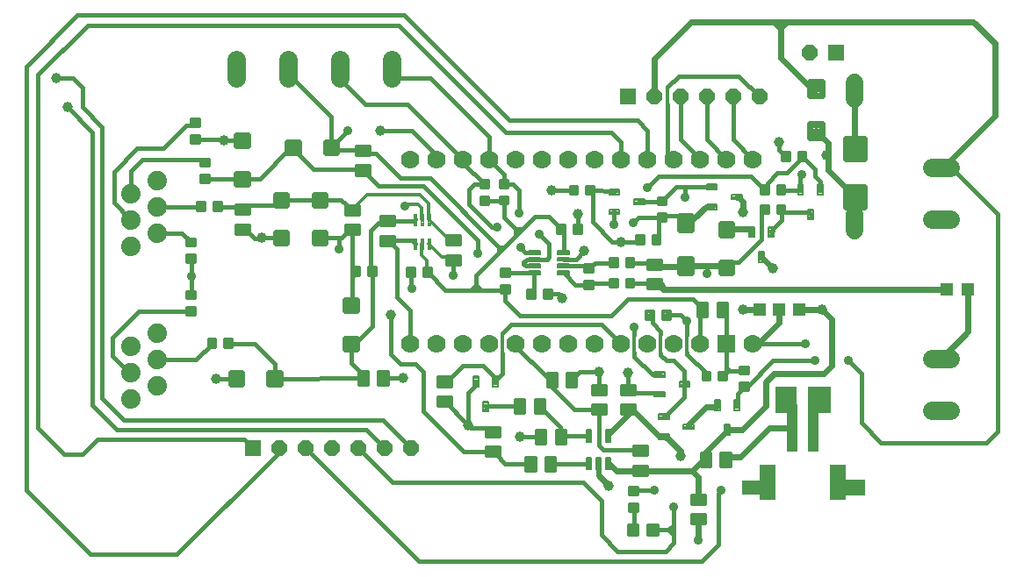
<source format=gtl>
G75*
%MOIN*%
%OFA0B0*%
%FSLAX25Y25*%
%IPPOS*%
%LPD*%
%AMOC8*
5,1,8,0,0,1.08239X$1,22.5*
%
%ADD10R,0.09843X0.05512*%
%ADD11R,0.10827X0.06102*%
%ADD12R,0.08465X0.10236*%
%ADD13R,0.08661X0.09843*%
%ADD14C,0.07050*%
%ADD15C,0.02480*%
%ADD16C,0.01378*%
%ADD17C,0.02205*%
%ADD18C,0.01654*%
%ADD19C,0.07400*%
%ADD20C,0.00520*%
%ADD21C,0.07000*%
%ADD22R,0.07000X0.07000*%
%ADD23C,0.00827*%
%ADD24R,0.06000X0.06000*%
%ADD25OC8,0.06000*%
%ADD26C,0.00541*%
%ADD27R,0.03937X0.18110*%
%ADD28R,0.06299X0.13386*%
%ADD29R,0.04724X0.05118*%
%ADD30C,0.00350*%
%ADD31C,0.02362*%
%ADD32C,0.06600*%
%ADD33C,0.03962*%
%ADD34C,0.03569*%
%ADD35C,0.01600*%
%ADD36C,0.02400*%
%ADD37C,0.01200*%
%ADD38C,0.01969*%
D10*
X0295309Y0066315D03*
D11*
X0331628Y0066217D03*
D12*
X0306825Y0099386D03*
D13*
X0319719Y0099386D03*
D14*
X0362336Y0095646D02*
X0369386Y0095646D01*
X0369386Y0115331D02*
X0362336Y0115331D01*
X0362336Y0168283D02*
X0369386Y0168283D01*
X0369386Y0187969D02*
X0362336Y0187969D01*
X0157416Y0221924D02*
X0157416Y0228974D01*
X0137731Y0228974D02*
X0137731Y0221924D01*
X0118046Y0221924D02*
X0118046Y0228974D01*
X0098361Y0228974D02*
X0098361Y0221924D01*
D15*
X0266461Y0169445D02*
X0266461Y0164051D01*
X0266461Y0169445D02*
X0271067Y0169445D01*
X0271067Y0164051D01*
X0266461Y0164051D01*
X0266461Y0166530D02*
X0271067Y0166530D01*
X0271067Y0169009D02*
X0266461Y0169009D01*
X0266461Y0153303D02*
X0266461Y0147909D01*
X0266461Y0153303D02*
X0271067Y0153303D01*
X0271067Y0147909D01*
X0266461Y0147909D01*
X0266461Y0150388D02*
X0271067Y0150388D01*
X0271067Y0152867D02*
X0266461Y0152867D01*
X0320693Y0199143D02*
X0320693Y0204537D01*
X0320693Y0199143D02*
X0316087Y0199143D01*
X0316087Y0204537D01*
X0320693Y0204537D01*
X0320693Y0201622D02*
X0316087Y0201622D01*
X0316087Y0204101D02*
X0320693Y0204101D01*
X0320693Y0215285D02*
X0320693Y0220679D01*
X0320693Y0215285D02*
X0316087Y0215285D01*
X0316087Y0220679D01*
X0320693Y0220679D01*
X0320693Y0217764D02*
X0316087Y0217764D01*
X0316087Y0220243D02*
X0320693Y0220243D01*
D16*
X0314375Y0193538D02*
X0311817Y0193538D01*
X0314375Y0193538D02*
X0314375Y0190586D01*
X0311817Y0190586D01*
X0311817Y0193538D01*
X0311817Y0191963D02*
X0314375Y0191963D01*
X0314375Y0193340D02*
X0311817Y0193340D01*
X0308125Y0193538D02*
X0305567Y0193538D01*
X0308125Y0193538D02*
X0308125Y0190586D01*
X0305567Y0190586D01*
X0305567Y0193538D01*
X0305567Y0191963D02*
X0308125Y0191963D01*
X0308125Y0193340D02*
X0305567Y0193340D01*
X0306407Y0180722D02*
X0303849Y0180722D01*
X0306407Y0180722D02*
X0306407Y0177770D01*
X0303849Y0177770D01*
X0303849Y0180722D01*
X0303849Y0179147D02*
X0306407Y0179147D01*
X0306407Y0180524D02*
X0303849Y0180524D01*
X0300156Y0180722D02*
X0297598Y0180722D01*
X0300156Y0180722D02*
X0300156Y0177770D01*
X0297598Y0177770D01*
X0297598Y0180722D01*
X0297598Y0179147D02*
X0300156Y0179147D01*
X0300156Y0180524D02*
X0297598Y0180524D01*
X0297598Y0173345D02*
X0300156Y0173345D01*
X0300156Y0170393D01*
X0297598Y0170393D01*
X0297598Y0173345D01*
X0297598Y0171770D02*
X0300156Y0171770D01*
X0300156Y0173147D02*
X0297598Y0173147D01*
X0303849Y0173345D02*
X0306407Y0173345D01*
X0306407Y0170393D01*
X0303849Y0170393D01*
X0303849Y0173345D01*
X0303849Y0171770D02*
X0306407Y0171770D01*
X0306407Y0173147D02*
X0303849Y0173147D01*
X0258469Y0173786D02*
X0258469Y0176344D01*
X0261421Y0176344D01*
X0261421Y0173786D01*
X0258469Y0173786D01*
X0258469Y0175163D02*
X0261421Y0175163D01*
X0258469Y0170094D02*
X0258469Y0167536D01*
X0258469Y0170094D02*
X0261421Y0170094D01*
X0261421Y0167536D01*
X0258469Y0167536D01*
X0258469Y0168913D02*
X0261421Y0168913D01*
X0259054Y0158796D02*
X0256496Y0158796D01*
X0256496Y0161748D01*
X0259054Y0161748D01*
X0259054Y0158796D01*
X0259054Y0160173D02*
X0256496Y0160173D01*
X0256496Y0161550D02*
X0259054Y0161550D01*
X0252804Y0158796D02*
X0250246Y0158796D01*
X0250246Y0161748D01*
X0252804Y0161748D01*
X0252804Y0158796D01*
X0252804Y0160173D02*
X0250246Y0160173D01*
X0250246Y0161550D02*
X0252804Y0161550D01*
X0249044Y0150127D02*
X0246486Y0150127D01*
X0246486Y0153079D01*
X0249044Y0153079D01*
X0249044Y0150127D01*
X0249044Y0151504D02*
X0246486Y0151504D01*
X0246486Y0152881D02*
X0249044Y0152881D01*
X0242794Y0150127D02*
X0240236Y0150127D01*
X0240236Y0153079D01*
X0242794Y0153079D01*
X0242794Y0150127D01*
X0242794Y0151504D02*
X0240236Y0151504D01*
X0240236Y0152881D02*
X0242794Y0152881D01*
X0233680Y0150837D02*
X0233680Y0148279D01*
X0230728Y0148279D01*
X0230728Y0150837D01*
X0233680Y0150837D01*
X0233680Y0149656D02*
X0230728Y0149656D01*
X0233680Y0144587D02*
X0233680Y0142029D01*
X0230728Y0142029D01*
X0230728Y0144587D01*
X0233680Y0144587D01*
X0233680Y0143406D02*
X0230728Y0143406D01*
X0240236Y0142386D02*
X0242794Y0142386D01*
X0240236Y0142386D02*
X0240236Y0145338D01*
X0242794Y0145338D01*
X0242794Y0142386D01*
X0242794Y0143763D02*
X0240236Y0143763D01*
X0240236Y0145140D02*
X0242794Y0145140D01*
X0246486Y0142386D02*
X0249044Y0142386D01*
X0246486Y0142386D02*
X0246486Y0145338D01*
X0249044Y0145338D01*
X0249044Y0142386D01*
X0249044Y0143763D02*
X0246486Y0143763D01*
X0246486Y0145140D02*
X0249044Y0145140D01*
X0254089Y0130302D02*
X0256647Y0130302D01*
X0254089Y0130302D02*
X0254089Y0133254D01*
X0256647Y0133254D01*
X0256647Y0130302D01*
X0256647Y0131679D02*
X0254089Y0131679D01*
X0254089Y0133056D02*
X0256647Y0133056D01*
X0260340Y0130302D02*
X0262898Y0130302D01*
X0260340Y0130302D02*
X0260340Y0133254D01*
X0262898Y0133254D01*
X0262898Y0130302D01*
X0262898Y0131679D02*
X0260340Y0131679D01*
X0260340Y0133056D02*
X0262898Y0133056D01*
X0292474Y0112041D02*
X0292474Y0109483D01*
X0289522Y0109483D01*
X0289522Y0112041D01*
X0292474Y0112041D01*
X0292474Y0110860D02*
X0289522Y0110860D01*
X0284340Y0110033D02*
X0281782Y0110033D01*
X0284340Y0110033D02*
X0284340Y0107081D01*
X0281782Y0107081D01*
X0281782Y0110033D01*
X0281782Y0108458D02*
X0284340Y0108458D01*
X0284340Y0109835D02*
X0281782Y0109835D01*
X0278089Y0110033D02*
X0275531Y0110033D01*
X0278089Y0110033D02*
X0278089Y0107081D01*
X0275531Y0107081D01*
X0275531Y0110033D01*
X0275531Y0108458D02*
X0278089Y0108458D01*
X0278089Y0109835D02*
X0275531Y0109835D01*
X0292474Y0105790D02*
X0292474Y0103232D01*
X0289522Y0103232D01*
X0289522Y0105790D01*
X0292474Y0105790D01*
X0292474Y0104609D02*
X0289522Y0104609D01*
X0247569Y0066105D02*
X0247569Y0063547D01*
X0247569Y0066105D02*
X0250521Y0066105D01*
X0250521Y0063547D01*
X0247569Y0063547D01*
X0247569Y0064924D02*
X0250521Y0064924D01*
X0247569Y0059855D02*
X0247569Y0057297D01*
X0247569Y0059855D02*
X0250521Y0059855D01*
X0250521Y0057297D01*
X0247569Y0057297D01*
X0247569Y0058674D02*
X0250521Y0058674D01*
X0199428Y0117072D02*
X0199428Y0124924D01*
X0199623Y0125119D01*
X0209015Y0141216D02*
X0211573Y0141216D01*
X0211573Y0138264D01*
X0209015Y0138264D01*
X0209015Y0141216D01*
X0209015Y0139641D02*
X0211573Y0139641D01*
X0211573Y0141018D02*
X0209015Y0141018D01*
X0215266Y0141216D02*
X0217824Y0141216D01*
X0217824Y0138264D01*
X0215266Y0138264D01*
X0215266Y0141216D01*
X0215266Y0139641D02*
X0217824Y0139641D01*
X0217824Y0141018D02*
X0215266Y0141018D01*
X0201904Y0140257D02*
X0201904Y0142815D01*
X0201904Y0140257D02*
X0198952Y0140257D01*
X0198952Y0142815D01*
X0201904Y0142815D01*
X0201904Y0141634D02*
X0198952Y0141634D01*
X0201904Y0146508D02*
X0201904Y0149066D01*
X0201904Y0146508D02*
X0198952Y0146508D01*
X0198952Y0149066D01*
X0201904Y0149066D01*
X0201904Y0147885D02*
X0198952Y0147885D01*
X0220334Y0162969D02*
X0222892Y0162969D01*
X0220334Y0162969D02*
X0220334Y0165921D01*
X0222892Y0165921D01*
X0222892Y0162969D01*
X0222892Y0164346D02*
X0220334Y0164346D01*
X0220334Y0165723D02*
X0222892Y0165723D01*
X0226585Y0162969D02*
X0229143Y0162969D01*
X0226585Y0162969D02*
X0226585Y0165921D01*
X0229143Y0165921D01*
X0229143Y0162969D01*
X0229143Y0164346D02*
X0226585Y0164346D01*
X0226585Y0165723D02*
X0229143Y0165723D01*
X0227740Y0177733D02*
X0225182Y0177733D01*
X0225182Y0180685D01*
X0227740Y0180685D01*
X0227740Y0177733D01*
X0227740Y0179110D02*
X0225182Y0179110D01*
X0225182Y0180487D02*
X0227740Y0180487D01*
X0231432Y0177733D02*
X0233990Y0177733D01*
X0231432Y0177733D02*
X0231432Y0180685D01*
X0233990Y0180685D01*
X0233990Y0177733D01*
X0233990Y0179110D02*
X0231432Y0179110D01*
X0231432Y0180487D02*
X0233990Y0180487D01*
X0198499Y0180317D02*
X0198499Y0182875D01*
X0201451Y0182875D01*
X0201451Y0180317D01*
X0198499Y0180317D01*
X0198499Y0181694D02*
X0201451Y0181694D01*
X0191151Y0182776D02*
X0191151Y0180218D01*
X0191151Y0182776D02*
X0194103Y0182776D01*
X0194103Y0180218D01*
X0191151Y0180218D01*
X0191151Y0181595D02*
X0194103Y0181595D01*
X0191151Y0176526D02*
X0191151Y0173968D01*
X0191151Y0176526D02*
X0194103Y0176526D01*
X0194103Y0173968D01*
X0191151Y0173968D01*
X0191151Y0175345D02*
X0194103Y0175345D01*
X0198499Y0174066D02*
X0198499Y0176624D01*
X0201451Y0176624D01*
X0201451Y0174066D01*
X0198499Y0174066D01*
X0198499Y0175443D02*
X0201451Y0175443D01*
X0172130Y0146606D02*
X0169572Y0146606D01*
X0169572Y0149558D01*
X0172130Y0149558D01*
X0172130Y0146606D01*
X0172130Y0147983D02*
X0169572Y0147983D01*
X0169572Y0149360D02*
X0172130Y0149360D01*
X0165880Y0146606D02*
X0163322Y0146606D01*
X0163322Y0149558D01*
X0165880Y0149558D01*
X0165880Y0146606D01*
X0165880Y0147983D02*
X0163322Y0147983D01*
X0163322Y0149360D02*
X0165880Y0149360D01*
X0151215Y0149720D02*
X0148657Y0149720D01*
X0151215Y0149720D02*
X0151215Y0146768D01*
X0148657Y0146768D01*
X0148657Y0149720D01*
X0148657Y0148145D02*
X0151215Y0148145D01*
X0151215Y0149522D02*
X0148657Y0149522D01*
X0144964Y0149720D02*
X0142406Y0149720D01*
X0144964Y0149720D02*
X0144964Y0146768D01*
X0142406Y0146768D01*
X0142406Y0149720D01*
X0142406Y0148145D02*
X0144964Y0148145D01*
X0144964Y0149522D02*
X0142406Y0149522D01*
X0096662Y0119465D02*
X0094104Y0119465D01*
X0094104Y0122417D01*
X0096662Y0122417D01*
X0096662Y0119465D01*
X0096662Y0120842D02*
X0094104Y0120842D01*
X0094104Y0122219D02*
X0096662Y0122219D01*
X0090412Y0119465D02*
X0087854Y0119465D01*
X0087854Y0122417D01*
X0090412Y0122417D01*
X0090412Y0119465D01*
X0090412Y0120842D02*
X0087854Y0120842D01*
X0087854Y0122219D02*
X0090412Y0122219D01*
X0082706Y0131847D02*
X0082706Y0134405D01*
X0082706Y0131847D02*
X0079754Y0131847D01*
X0079754Y0134405D01*
X0082706Y0134405D01*
X0082706Y0133224D02*
X0079754Y0133224D01*
X0082706Y0138097D02*
X0082706Y0140655D01*
X0082706Y0138097D02*
X0079754Y0138097D01*
X0079754Y0140655D01*
X0082706Y0140655D01*
X0082706Y0139474D02*
X0079754Y0139474D01*
X0082612Y0151881D02*
X0082612Y0154439D01*
X0082612Y0151881D02*
X0079660Y0151881D01*
X0079660Y0154439D01*
X0082612Y0154439D01*
X0082612Y0153258D02*
X0079660Y0153258D01*
X0082612Y0158132D02*
X0082612Y0160690D01*
X0082612Y0158132D02*
X0079660Y0158132D01*
X0079660Y0160690D01*
X0082612Y0160690D01*
X0082612Y0159509D02*
X0079660Y0159509D01*
X0083720Y0171532D02*
X0086278Y0171532D01*
X0083720Y0171532D02*
X0083720Y0174484D01*
X0086278Y0174484D01*
X0086278Y0171532D01*
X0086278Y0172909D02*
X0083720Y0172909D01*
X0083720Y0174286D02*
X0086278Y0174286D01*
X0089971Y0171532D02*
X0092529Y0171532D01*
X0089971Y0171532D02*
X0089971Y0174484D01*
X0092529Y0174484D01*
X0092529Y0171532D01*
X0092529Y0172909D02*
X0089971Y0172909D01*
X0089971Y0174286D02*
X0092529Y0174286D01*
X0085010Y0182216D02*
X0085010Y0184774D01*
X0087962Y0184774D01*
X0087962Y0182216D01*
X0085010Y0182216D01*
X0085010Y0183593D02*
X0087962Y0183593D01*
X0085010Y0188466D02*
X0085010Y0191024D01*
X0087962Y0191024D01*
X0087962Y0188466D01*
X0085010Y0188466D01*
X0085010Y0189843D02*
X0087962Y0189843D01*
X0084271Y0197300D02*
X0084271Y0199858D01*
X0084271Y0197300D02*
X0081319Y0197300D01*
X0081319Y0199858D01*
X0084271Y0199858D01*
X0084271Y0198677D02*
X0081319Y0198677D01*
X0084271Y0203550D02*
X0084271Y0206108D01*
X0084271Y0203550D02*
X0081319Y0203550D01*
X0081319Y0206108D01*
X0084271Y0206108D01*
X0084271Y0204927D02*
X0081319Y0204927D01*
D17*
X0102475Y0200252D02*
X0102475Y0196158D01*
X0098381Y0196158D01*
X0098381Y0200252D01*
X0102475Y0200252D01*
X0102475Y0198362D02*
X0098381Y0198362D01*
X0102475Y0185685D02*
X0102475Y0181591D01*
X0098381Y0181591D01*
X0098381Y0185685D01*
X0102475Y0185685D01*
X0102475Y0183795D02*
X0098381Y0183795D01*
X0113243Y0177712D02*
X0113243Y0173618D01*
X0113243Y0177712D02*
X0117337Y0177712D01*
X0117337Y0173618D01*
X0113243Y0173618D01*
X0113243Y0175822D02*
X0117337Y0175822D01*
X0132101Y0177712D02*
X0132101Y0173618D01*
X0128007Y0173618D01*
X0128007Y0177712D01*
X0132101Y0177712D01*
X0132101Y0175822D02*
X0128007Y0175822D01*
X0132101Y0163145D02*
X0132101Y0159051D01*
X0128007Y0159051D01*
X0128007Y0163145D01*
X0132101Y0163145D01*
X0132101Y0161255D02*
X0128007Y0161255D01*
X0113243Y0163145D02*
X0113243Y0159051D01*
X0113243Y0163145D02*
X0117337Y0163145D01*
X0117337Y0159051D01*
X0113243Y0159051D01*
X0113243Y0161255D02*
X0117337Y0161255D01*
X0139773Y0137555D02*
X0139773Y0133461D01*
X0139773Y0137555D02*
X0143867Y0137555D01*
X0143867Y0133461D01*
X0139773Y0133461D01*
X0139773Y0135665D02*
X0143867Y0135665D01*
X0139773Y0122988D02*
X0139773Y0118894D01*
X0139773Y0122988D02*
X0143867Y0122988D01*
X0143867Y0118894D01*
X0139773Y0118894D01*
X0139773Y0121098D02*
X0143867Y0121098D01*
X0114876Y0109735D02*
X0110782Y0109735D01*
X0114876Y0109735D02*
X0114876Y0105641D01*
X0110782Y0105641D01*
X0110782Y0109735D01*
X0110782Y0107845D02*
X0114876Y0107845D01*
X0100309Y0109735D02*
X0096215Y0109735D01*
X0100309Y0109735D02*
X0100309Y0105641D01*
X0096215Y0105641D01*
X0096215Y0109735D01*
X0096215Y0107845D02*
X0100309Y0107845D01*
X0117770Y0197693D02*
X0121864Y0197693D01*
X0121864Y0193599D01*
X0117770Y0193599D01*
X0117770Y0197693D01*
X0117770Y0195803D02*
X0121864Y0195803D01*
X0132337Y0197693D02*
X0136431Y0197693D01*
X0136431Y0193599D01*
X0132337Y0193599D01*
X0132337Y0197693D01*
X0132337Y0195803D02*
X0136431Y0195803D01*
X0282231Y0166439D02*
X0282231Y0162345D01*
X0282231Y0166439D02*
X0286325Y0166439D01*
X0286325Y0162345D01*
X0282231Y0162345D01*
X0282231Y0164549D02*
X0286325Y0164549D01*
X0282231Y0151872D02*
X0282231Y0147778D01*
X0282231Y0151872D02*
X0286325Y0151872D01*
X0286325Y0147778D01*
X0282231Y0147778D01*
X0282231Y0149982D02*
X0286325Y0149982D01*
D18*
X0284251Y0131591D02*
X0281181Y0131591D01*
X0281181Y0136235D01*
X0284251Y0136235D01*
X0284251Y0131591D01*
X0284251Y0133244D02*
X0281181Y0133244D01*
X0281181Y0134897D02*
X0284251Y0134897D01*
X0276771Y0131591D02*
X0273701Y0131591D01*
X0273701Y0136235D01*
X0276771Y0136235D01*
X0276771Y0131591D01*
X0276771Y0133244D02*
X0273701Y0133244D01*
X0273701Y0134897D02*
X0276771Y0134897D01*
X0259295Y0142095D02*
X0259295Y0145165D01*
X0259295Y0142095D02*
X0254651Y0142095D01*
X0254651Y0145165D01*
X0259295Y0145165D01*
X0259295Y0143748D02*
X0254651Y0143748D01*
X0259295Y0149576D02*
X0259295Y0152646D01*
X0259295Y0149576D02*
X0254651Y0149576D01*
X0254651Y0152646D01*
X0259295Y0152646D01*
X0259295Y0151229D02*
X0254651Y0151229D01*
X0227061Y0109557D02*
X0223991Y0109557D01*
X0227061Y0109557D02*
X0227061Y0104913D01*
X0223991Y0104913D01*
X0223991Y0109557D01*
X0223991Y0106566D02*
X0227061Y0106566D01*
X0227061Y0108219D02*
X0223991Y0108219D01*
X0219581Y0109557D02*
X0216511Y0109557D01*
X0219581Y0109557D02*
X0219581Y0104913D01*
X0216511Y0104913D01*
X0216511Y0109557D01*
X0216511Y0106566D02*
X0219581Y0106566D01*
X0219581Y0108219D02*
X0216511Y0108219D01*
X0214896Y0094967D02*
X0211826Y0094967D01*
X0211826Y0099611D01*
X0214896Y0099611D01*
X0214896Y0094967D01*
X0214896Y0096620D02*
X0211826Y0096620D01*
X0211826Y0098273D02*
X0214896Y0098273D01*
X0207415Y0094967D02*
X0204345Y0094967D01*
X0204345Y0099611D01*
X0207415Y0099611D01*
X0207415Y0094967D01*
X0207415Y0096620D02*
X0204345Y0096620D01*
X0204345Y0098273D02*
X0207415Y0098273D01*
X0197902Y0088987D02*
X0197902Y0085917D01*
X0193258Y0085917D01*
X0193258Y0088987D01*
X0197902Y0088987D01*
X0197902Y0087570D02*
X0193258Y0087570D01*
X0197902Y0081506D02*
X0197902Y0078436D01*
X0193258Y0078436D01*
X0193258Y0081506D01*
X0197902Y0081506D01*
X0197902Y0080089D02*
X0193258Y0080089D01*
X0208440Y0077594D02*
X0211510Y0077594D01*
X0211510Y0072950D01*
X0208440Y0072950D01*
X0208440Y0077594D01*
X0208440Y0074603D02*
X0211510Y0074603D01*
X0211510Y0076256D02*
X0208440Y0076256D01*
X0215920Y0077594D02*
X0218990Y0077594D01*
X0218990Y0072950D01*
X0215920Y0072950D01*
X0215920Y0077594D01*
X0215920Y0074603D02*
X0218990Y0074603D01*
X0218990Y0076256D02*
X0215920Y0076256D01*
X0215447Y0083304D02*
X0212377Y0083304D01*
X0212377Y0087948D01*
X0215447Y0087948D01*
X0215447Y0083304D01*
X0215447Y0084957D02*
X0212377Y0084957D01*
X0212377Y0086610D02*
X0215447Y0086610D01*
X0219857Y0083304D02*
X0222927Y0083304D01*
X0219857Y0083304D02*
X0219857Y0087948D01*
X0222927Y0087948D01*
X0222927Y0083304D01*
X0222927Y0084957D02*
X0219857Y0084957D01*
X0219857Y0086610D02*
X0222927Y0086610D01*
X0238183Y0094406D02*
X0238183Y0097476D01*
X0238183Y0094406D02*
X0233539Y0094406D01*
X0233539Y0097476D01*
X0238183Y0097476D01*
X0238183Y0096059D02*
X0233539Y0096059D01*
X0238183Y0101886D02*
X0238183Y0104956D01*
X0238183Y0101886D02*
X0233539Y0101886D01*
X0233539Y0104956D01*
X0238183Y0104956D01*
X0238183Y0103539D02*
X0233539Y0103539D01*
X0249415Y0104956D02*
X0249415Y0101886D01*
X0244771Y0101886D01*
X0244771Y0104956D01*
X0249415Y0104956D01*
X0249415Y0103539D02*
X0244771Y0103539D01*
X0249415Y0097476D02*
X0249415Y0094406D01*
X0244771Y0094406D01*
X0244771Y0097476D01*
X0249415Y0097476D01*
X0249415Y0096059D02*
X0244771Y0096059D01*
X0253845Y0081826D02*
X0253845Y0078756D01*
X0249201Y0078756D01*
X0249201Y0081826D01*
X0253845Y0081826D01*
X0253845Y0080409D02*
X0249201Y0080409D01*
X0253845Y0074346D02*
X0253845Y0071276D01*
X0249201Y0071276D01*
X0249201Y0074346D01*
X0253845Y0074346D01*
X0253845Y0072929D02*
X0249201Y0072929D01*
X0275845Y0063313D02*
X0275845Y0060243D01*
X0271201Y0060243D01*
X0271201Y0063313D01*
X0275845Y0063313D01*
X0275845Y0061896D02*
X0271201Y0061896D01*
X0275845Y0055832D02*
X0275845Y0052762D01*
X0271201Y0052762D01*
X0271201Y0055832D01*
X0275845Y0055832D01*
X0275845Y0054415D02*
X0271201Y0054415D01*
X0257831Y0051898D02*
X0254761Y0051898D01*
X0257831Y0051898D02*
X0257831Y0048434D01*
X0254761Y0048434D01*
X0254761Y0051898D01*
X0254761Y0050087D02*
X0257831Y0050087D01*
X0257831Y0051740D02*
X0254761Y0051740D01*
X0250331Y0051898D02*
X0247261Y0051898D01*
X0250331Y0051898D02*
X0250331Y0048434D01*
X0247261Y0048434D01*
X0247261Y0051898D01*
X0247261Y0050087D02*
X0250331Y0050087D01*
X0250331Y0051740D02*
X0247261Y0051740D01*
X0274958Y0079242D02*
X0278028Y0079242D01*
X0278028Y0074598D01*
X0274958Y0074598D01*
X0274958Y0079242D01*
X0274958Y0076251D02*
X0278028Y0076251D01*
X0278028Y0077904D02*
X0274958Y0077904D01*
X0282438Y0079242D02*
X0285508Y0079242D01*
X0285508Y0074598D01*
X0282438Y0074598D01*
X0282438Y0079242D01*
X0282438Y0076251D02*
X0285508Y0076251D01*
X0285508Y0077904D02*
X0282438Y0077904D01*
X0174941Y0097551D02*
X0174941Y0100621D01*
X0179585Y0100621D01*
X0179585Y0097551D01*
X0174941Y0097551D01*
X0174941Y0099204D02*
X0179585Y0099204D01*
X0174941Y0105031D02*
X0174941Y0108101D01*
X0179585Y0108101D01*
X0179585Y0105031D01*
X0174941Y0105031D01*
X0174941Y0106684D02*
X0179585Y0106684D01*
X0155506Y0105464D02*
X0152436Y0105464D01*
X0152436Y0110108D01*
X0155506Y0110108D01*
X0155506Y0105464D01*
X0155506Y0107117D02*
X0152436Y0107117D01*
X0152436Y0108770D02*
X0155506Y0108770D01*
X0148026Y0105464D02*
X0144956Y0105464D01*
X0144956Y0110108D01*
X0148026Y0110108D01*
X0148026Y0105464D01*
X0148026Y0107117D02*
X0144956Y0107117D01*
X0144956Y0108770D02*
X0148026Y0108770D01*
X0178297Y0151293D02*
X0178297Y0154363D01*
X0182941Y0154363D01*
X0182941Y0151293D01*
X0178297Y0151293D01*
X0178297Y0152946D02*
X0182941Y0152946D01*
X0178297Y0158774D02*
X0178297Y0161844D01*
X0182941Y0161844D01*
X0182941Y0158774D01*
X0178297Y0158774D01*
X0178297Y0160427D02*
X0182941Y0160427D01*
X0153312Y0161647D02*
X0153312Y0158577D01*
X0153312Y0161647D02*
X0157956Y0161647D01*
X0157956Y0158577D01*
X0153312Y0158577D01*
X0153312Y0160230D02*
X0157956Y0160230D01*
X0153312Y0166057D02*
X0153312Y0169127D01*
X0157956Y0169127D01*
X0157956Y0166057D01*
X0153312Y0166057D01*
X0153312Y0167710D02*
X0157956Y0167710D01*
X0139838Y0165881D02*
X0139838Y0162811D01*
X0139838Y0165881D02*
X0144482Y0165881D01*
X0144482Y0162811D01*
X0139838Y0162811D01*
X0139838Y0164464D02*
X0144482Y0164464D01*
X0139838Y0170292D02*
X0139838Y0173362D01*
X0144482Y0173362D01*
X0144482Y0170292D01*
X0139838Y0170292D01*
X0139838Y0171945D02*
X0144482Y0171945D01*
X0148616Y0185380D02*
X0148616Y0188450D01*
X0148616Y0185380D02*
X0143972Y0185380D01*
X0143972Y0188450D01*
X0148616Y0188450D01*
X0148616Y0187033D02*
X0143972Y0187033D01*
X0148616Y0192861D02*
X0148616Y0195931D01*
X0148616Y0192861D02*
X0143972Y0192861D01*
X0143972Y0195931D01*
X0148616Y0195931D01*
X0148616Y0194514D02*
X0143972Y0194514D01*
X0098401Y0173460D02*
X0098401Y0170390D01*
X0098401Y0173460D02*
X0103045Y0173460D01*
X0103045Y0170390D01*
X0098401Y0170390D01*
X0098401Y0172043D02*
X0103045Y0172043D01*
X0098401Y0165980D02*
X0098401Y0162910D01*
X0098401Y0165980D02*
X0103045Y0165980D01*
X0103045Y0162910D01*
X0098401Y0162910D01*
X0098401Y0164563D02*
X0103045Y0164563D01*
D19*
X0068400Y0163047D03*
X0058400Y0158047D03*
X0058400Y0168047D03*
X0068400Y0173047D03*
X0058400Y0178047D03*
X0068400Y0183047D03*
X0068400Y0124780D03*
X0058400Y0119780D03*
X0068400Y0114780D03*
X0058400Y0109780D03*
X0068400Y0104780D03*
X0058400Y0099780D03*
D20*
X0209152Y0148515D02*
X0213750Y0148515D01*
X0213750Y0147303D01*
X0209152Y0147303D01*
X0209152Y0148515D01*
X0209152Y0147822D02*
X0213750Y0147822D01*
X0213750Y0148341D02*
X0209152Y0148341D01*
X0209152Y0151075D02*
X0213750Y0151075D01*
X0213750Y0149863D01*
X0209152Y0149863D01*
X0209152Y0151075D01*
X0209152Y0150382D02*
X0213750Y0150382D01*
X0213750Y0150901D02*
X0209152Y0150901D01*
X0209152Y0153634D02*
X0213750Y0153634D01*
X0213750Y0152422D01*
X0209152Y0152422D01*
X0209152Y0153634D01*
X0209152Y0152941D02*
X0213750Y0152941D01*
X0213750Y0153460D02*
X0209152Y0153460D01*
X0209152Y0156193D02*
X0213750Y0156193D01*
X0213750Y0154981D01*
X0209152Y0154981D01*
X0209152Y0156193D01*
X0209152Y0155500D02*
X0213750Y0155500D01*
X0213750Y0156019D02*
X0209152Y0156019D01*
X0220176Y0156193D02*
X0224774Y0156193D01*
X0224774Y0154981D01*
X0220176Y0154981D01*
X0220176Y0156193D01*
X0220176Y0155500D02*
X0224774Y0155500D01*
X0224774Y0156019D02*
X0220176Y0156019D01*
X0220176Y0153634D02*
X0224774Y0153634D01*
X0224774Y0152422D01*
X0220176Y0152422D01*
X0220176Y0153634D01*
X0220176Y0152941D02*
X0224774Y0152941D01*
X0224774Y0153460D02*
X0220176Y0153460D01*
X0220176Y0151075D02*
X0224774Y0151075D01*
X0224774Y0149863D01*
X0220176Y0149863D01*
X0220176Y0151075D01*
X0220176Y0150382D02*
X0224774Y0150382D01*
X0224774Y0150901D02*
X0220176Y0150901D01*
X0220176Y0148515D02*
X0224774Y0148515D01*
X0224774Y0147303D01*
X0220176Y0147303D01*
X0220176Y0148515D01*
X0220176Y0147822D02*
X0224774Y0147822D01*
X0224774Y0148341D02*
X0220176Y0148341D01*
D21*
X0224424Y0120921D03*
X0234424Y0120921D03*
X0244424Y0120921D03*
X0254424Y0120921D03*
X0264424Y0120921D03*
X0274424Y0120921D03*
X0294424Y0120921D03*
X0214424Y0120921D03*
X0204424Y0120921D03*
X0194424Y0120921D03*
X0184424Y0120921D03*
X0174424Y0120921D03*
X0164424Y0120921D03*
X0164424Y0190921D03*
X0174424Y0190921D03*
X0184424Y0190921D03*
X0194424Y0190921D03*
X0204424Y0190921D03*
X0214424Y0190921D03*
X0224424Y0190921D03*
X0234424Y0190921D03*
X0244424Y0190921D03*
X0254424Y0190921D03*
X0264424Y0190921D03*
X0274424Y0190921D03*
X0284424Y0190921D03*
X0294424Y0190921D03*
D22*
X0284424Y0120921D03*
D23*
X0257012Y0110137D02*
X0257012Y0108207D01*
X0257012Y0110137D02*
X0260910Y0110137D01*
X0260910Y0108207D01*
X0257012Y0108207D01*
X0257012Y0109033D02*
X0260910Y0109033D01*
X0260910Y0109859D02*
X0257012Y0109859D01*
X0257012Y0102656D02*
X0257012Y0100726D01*
X0257012Y0102656D02*
X0260910Y0102656D01*
X0260910Y0100726D01*
X0257012Y0100726D01*
X0257012Y0101552D02*
X0260910Y0101552D01*
X0260910Y0102378D02*
X0257012Y0102378D01*
X0258589Y0094118D02*
X0258589Y0092188D01*
X0258589Y0094118D02*
X0262487Y0094118D01*
X0262487Y0092188D01*
X0258589Y0092188D01*
X0258589Y0093014D02*
X0262487Y0093014D01*
X0262487Y0093840D02*
X0258589Y0093840D01*
X0268038Y0090378D02*
X0268038Y0088448D01*
X0268038Y0090378D02*
X0271936Y0090378D01*
X0271936Y0088448D01*
X0268038Y0088448D01*
X0268038Y0089274D02*
X0271936Y0089274D01*
X0271936Y0090100D02*
X0268038Y0090100D01*
X0258589Y0086638D02*
X0258589Y0084708D01*
X0258589Y0086638D02*
X0262487Y0086638D01*
X0262487Y0084708D01*
X0258589Y0084708D01*
X0258589Y0085534D02*
X0262487Y0085534D01*
X0262487Y0086360D02*
X0258589Y0086360D01*
X0279918Y0099605D02*
X0281848Y0099605D01*
X0281848Y0095707D01*
X0279918Y0095707D01*
X0279918Y0099605D01*
X0279918Y0096533D02*
X0281848Y0096533D01*
X0281848Y0097359D02*
X0279918Y0097359D01*
X0279918Y0098185D02*
X0281848Y0098185D01*
X0281848Y0099011D02*
X0279918Y0099011D01*
X0287398Y0099605D02*
X0289328Y0099605D01*
X0289328Y0095707D01*
X0287398Y0095707D01*
X0287398Y0099605D01*
X0287398Y0096533D02*
X0289328Y0096533D01*
X0289328Y0097359D02*
X0287398Y0097359D01*
X0287398Y0098185D02*
X0289328Y0098185D01*
X0289328Y0099011D02*
X0287398Y0099011D01*
X0285588Y0090156D02*
X0283658Y0090156D01*
X0285588Y0090156D02*
X0285588Y0086258D01*
X0283658Y0086258D01*
X0283658Y0090156D01*
X0283658Y0087084D02*
X0285588Y0087084D01*
X0285588Y0087910D02*
X0283658Y0087910D01*
X0283658Y0088736D02*
X0285588Y0088736D01*
X0285588Y0089562D02*
X0283658Y0089562D01*
X0266461Y0104467D02*
X0266461Y0106397D01*
X0270359Y0106397D01*
X0270359Y0104467D01*
X0266461Y0104467D01*
X0266461Y0105293D02*
X0270359Y0105293D01*
X0270359Y0106119D02*
X0266461Y0106119D01*
X0197692Y0108456D02*
X0195762Y0108456D01*
X0197692Y0108456D02*
X0197692Y0104558D01*
X0195762Y0104558D01*
X0195762Y0108456D01*
X0195762Y0105384D02*
X0197692Y0105384D01*
X0197692Y0106210D02*
X0195762Y0106210D01*
X0195762Y0107036D02*
X0197692Y0107036D01*
X0197692Y0107862D02*
X0195762Y0107862D01*
X0190211Y0108456D02*
X0188281Y0108456D01*
X0190211Y0108456D02*
X0190211Y0104558D01*
X0188281Y0104558D01*
X0188281Y0108456D01*
X0188281Y0105384D02*
X0190211Y0105384D01*
X0190211Y0106210D02*
X0188281Y0106210D01*
X0188281Y0107036D02*
X0190211Y0107036D01*
X0190211Y0107862D02*
X0188281Y0107862D01*
X0192022Y0099007D02*
X0193952Y0099007D01*
X0193952Y0095109D01*
X0192022Y0095109D01*
X0192022Y0099007D01*
X0192022Y0095935D02*
X0193952Y0095935D01*
X0193952Y0096761D02*
X0192022Y0096761D01*
X0192022Y0097587D02*
X0193952Y0097587D01*
X0193952Y0098413D02*
X0192022Y0098413D01*
X0296622Y0155882D02*
X0298552Y0155882D01*
X0298552Y0151984D01*
X0296622Y0151984D01*
X0296622Y0155882D01*
X0296622Y0152810D02*
X0298552Y0152810D01*
X0298552Y0153636D02*
X0296622Y0153636D01*
X0296622Y0154462D02*
X0298552Y0154462D01*
X0298552Y0155288D02*
X0296622Y0155288D01*
X0294812Y0165331D02*
X0292882Y0165331D01*
X0294812Y0165331D02*
X0294812Y0161433D01*
X0292882Y0161433D01*
X0292882Y0165331D01*
X0292882Y0162259D02*
X0294812Y0162259D01*
X0294812Y0163085D02*
X0292882Y0163085D01*
X0292882Y0163911D02*
X0294812Y0163911D01*
X0294812Y0164737D02*
X0292882Y0164737D01*
X0300362Y0165331D02*
X0302292Y0165331D01*
X0302292Y0161433D01*
X0300362Y0161433D01*
X0300362Y0165331D01*
X0300362Y0162259D02*
X0302292Y0162259D01*
X0302292Y0163085D02*
X0300362Y0163085D01*
X0300362Y0163911D02*
X0302292Y0163911D01*
X0302292Y0164737D02*
X0300362Y0164737D01*
X0315220Y0172031D02*
X0317150Y0172031D01*
X0317150Y0168133D01*
X0315220Y0168133D01*
X0315220Y0172031D01*
X0315220Y0168959D02*
X0317150Y0168959D01*
X0317150Y0169785D02*
X0315220Y0169785D01*
X0315220Y0170611D02*
X0317150Y0170611D01*
X0317150Y0171437D02*
X0315220Y0171437D01*
X0313410Y0181480D02*
X0311480Y0181480D01*
X0313410Y0181480D02*
X0313410Y0177582D01*
X0311480Y0177582D01*
X0311480Y0181480D01*
X0311480Y0178408D02*
X0313410Y0178408D01*
X0313410Y0179234D02*
X0311480Y0179234D01*
X0311480Y0180060D02*
X0313410Y0180060D01*
X0313410Y0180886D02*
X0311480Y0180886D01*
X0318961Y0181480D02*
X0320891Y0181480D01*
X0320891Y0177582D01*
X0318961Y0177582D01*
X0318961Y0181480D01*
X0318961Y0178408D02*
X0320891Y0178408D01*
X0320891Y0179234D02*
X0318961Y0179234D01*
X0318961Y0180060D02*
X0320891Y0180060D01*
X0320891Y0180886D02*
X0318961Y0180886D01*
X0286281Y0177674D02*
X0286281Y0175744D01*
X0286281Y0177674D02*
X0290179Y0177674D01*
X0290179Y0175744D01*
X0286281Y0175744D01*
X0286281Y0176570D02*
X0290179Y0176570D01*
X0290179Y0177396D02*
X0286281Y0177396D01*
X0276832Y0179484D02*
X0276832Y0181414D01*
X0280730Y0181414D01*
X0280730Y0179484D01*
X0276832Y0179484D01*
X0276832Y0180310D02*
X0280730Y0180310D01*
X0280730Y0181136D02*
X0276832Y0181136D01*
X0276832Y0173934D02*
X0276832Y0172004D01*
X0276832Y0173934D02*
X0280730Y0173934D01*
X0280730Y0172004D01*
X0276832Y0172004D01*
X0276832Y0172830D02*
X0280730Y0172830D01*
X0280730Y0173656D02*
X0276832Y0173656D01*
X0249273Y0173842D02*
X0249273Y0175772D01*
X0253171Y0175772D01*
X0253171Y0173842D01*
X0249273Y0173842D01*
X0249273Y0174668D02*
X0253171Y0174668D01*
X0253171Y0175494D02*
X0249273Y0175494D01*
X0239825Y0177582D02*
X0239825Y0179512D01*
X0243723Y0179512D01*
X0243723Y0177582D01*
X0239825Y0177582D01*
X0239825Y0178408D02*
X0243723Y0178408D01*
X0243723Y0179234D02*
X0239825Y0179234D01*
X0239825Y0172031D02*
X0239825Y0170101D01*
X0239825Y0172031D02*
X0243723Y0172031D01*
X0243723Y0170101D01*
X0239825Y0170101D01*
X0239825Y0170927D02*
X0243723Y0170927D01*
X0243723Y0171753D02*
X0239825Y0171753D01*
D24*
X0246933Y0214740D03*
X0326017Y0231576D03*
X0104527Y0081364D03*
D25*
X0114527Y0081364D03*
X0124527Y0081364D03*
X0134527Y0081364D03*
X0144527Y0081364D03*
X0154527Y0081364D03*
X0164527Y0081364D03*
X0256933Y0214740D03*
X0266933Y0214740D03*
X0276933Y0214740D03*
X0286933Y0214740D03*
X0296933Y0214740D03*
X0316017Y0231576D03*
D26*
X0240413Y0083711D02*
X0238789Y0083711D01*
X0238789Y0088289D01*
X0240413Y0088289D01*
X0240413Y0083711D01*
X0240413Y0084251D02*
X0238789Y0084251D01*
X0238789Y0084791D02*
X0240413Y0084791D01*
X0240413Y0085331D02*
X0238789Y0085331D01*
X0238789Y0085871D02*
X0240413Y0085871D01*
X0240413Y0086411D02*
X0238789Y0086411D01*
X0238789Y0086951D02*
X0240413Y0086951D01*
X0240413Y0087491D02*
X0238789Y0087491D01*
X0238789Y0088031D02*
X0240413Y0088031D01*
X0232932Y0083711D02*
X0231308Y0083711D01*
X0231308Y0088289D01*
X0232932Y0088289D01*
X0232932Y0083711D01*
X0232932Y0084251D02*
X0231308Y0084251D01*
X0231308Y0084791D02*
X0232932Y0084791D01*
X0232932Y0085331D02*
X0231308Y0085331D01*
X0231308Y0085871D02*
X0232932Y0085871D01*
X0232932Y0086411D02*
X0231308Y0086411D01*
X0231308Y0086951D02*
X0232932Y0086951D01*
X0232932Y0087491D02*
X0231308Y0087491D01*
X0231308Y0088031D02*
X0232932Y0088031D01*
X0232932Y0073081D02*
X0231308Y0073081D01*
X0231308Y0077659D01*
X0232932Y0077659D01*
X0232932Y0073081D01*
X0232932Y0073621D02*
X0231308Y0073621D01*
X0231308Y0074161D02*
X0232932Y0074161D01*
X0232932Y0074701D02*
X0231308Y0074701D01*
X0231308Y0075241D02*
X0232932Y0075241D01*
X0232932Y0075781D02*
X0231308Y0075781D01*
X0231308Y0076321D02*
X0232932Y0076321D01*
X0232932Y0076861D02*
X0231308Y0076861D01*
X0231308Y0077401D02*
X0232932Y0077401D01*
X0235049Y0073081D02*
X0236673Y0073081D01*
X0235049Y0073081D02*
X0235049Y0077659D01*
X0236673Y0077659D01*
X0236673Y0073081D01*
X0236673Y0073621D02*
X0235049Y0073621D01*
X0235049Y0074161D02*
X0236673Y0074161D01*
X0236673Y0074701D02*
X0235049Y0074701D01*
X0235049Y0075241D02*
X0236673Y0075241D01*
X0236673Y0075781D02*
X0235049Y0075781D01*
X0235049Y0076321D02*
X0236673Y0076321D01*
X0236673Y0076861D02*
X0235049Y0076861D01*
X0235049Y0077401D02*
X0236673Y0077401D01*
X0238789Y0073081D02*
X0240413Y0073081D01*
X0238789Y0073081D02*
X0238789Y0077659D01*
X0240413Y0077659D01*
X0240413Y0073081D01*
X0240413Y0073621D02*
X0238789Y0073621D01*
X0238789Y0074161D02*
X0240413Y0074161D01*
X0240413Y0074701D02*
X0238789Y0074701D01*
X0238789Y0075241D02*
X0240413Y0075241D01*
X0240413Y0075781D02*
X0238789Y0075781D01*
X0238789Y0076321D02*
X0240413Y0076321D01*
X0240413Y0076861D02*
X0238789Y0076861D01*
X0238789Y0077401D02*
X0240413Y0077401D01*
D27*
X0309384Y0088756D03*
X0317258Y0088756D03*
D28*
X0326707Y0068283D03*
X0299935Y0068283D03*
D29*
X0296810Y0133869D03*
X0304310Y0133869D03*
X0311810Y0133869D03*
X0367983Y0141709D03*
X0375983Y0141709D03*
D30*
X0170859Y0156790D02*
X0170859Y0161040D01*
X0171909Y0161040D01*
X0171909Y0156790D01*
X0170859Y0156790D01*
X0170859Y0157139D02*
X0171909Y0157139D01*
X0171909Y0157488D02*
X0170859Y0157488D01*
X0170859Y0157837D02*
X0171909Y0157837D01*
X0171909Y0158186D02*
X0170859Y0158186D01*
X0170859Y0158535D02*
X0171909Y0158535D01*
X0171909Y0158884D02*
X0170859Y0158884D01*
X0170859Y0159233D02*
X0171909Y0159233D01*
X0171909Y0159582D02*
X0170859Y0159582D01*
X0170859Y0159931D02*
X0171909Y0159931D01*
X0171909Y0160280D02*
X0170859Y0160280D01*
X0170859Y0160629D02*
X0171909Y0160629D01*
X0171909Y0160978D02*
X0170859Y0160978D01*
X0168259Y0161040D02*
X0168259Y0156790D01*
X0168259Y0161040D02*
X0169309Y0161040D01*
X0169309Y0156790D01*
X0168259Y0156790D01*
X0168259Y0157139D02*
X0169309Y0157139D01*
X0169309Y0157488D02*
X0168259Y0157488D01*
X0168259Y0157837D02*
X0169309Y0157837D01*
X0169309Y0158186D02*
X0168259Y0158186D01*
X0168259Y0158535D02*
X0169309Y0158535D01*
X0169309Y0158884D02*
X0168259Y0158884D01*
X0168259Y0159233D02*
X0169309Y0159233D01*
X0169309Y0159582D02*
X0168259Y0159582D01*
X0168259Y0159931D02*
X0169309Y0159931D01*
X0169309Y0160280D02*
X0168259Y0160280D01*
X0168259Y0160629D02*
X0169309Y0160629D01*
X0169309Y0160978D02*
X0168259Y0160978D01*
X0165659Y0161040D02*
X0165659Y0156790D01*
X0165659Y0161040D02*
X0166709Y0161040D01*
X0166709Y0156790D01*
X0165659Y0156790D01*
X0165659Y0157139D02*
X0166709Y0157139D01*
X0166709Y0157488D02*
X0165659Y0157488D01*
X0165659Y0157837D02*
X0166709Y0157837D01*
X0166709Y0158186D02*
X0165659Y0158186D01*
X0165659Y0158535D02*
X0166709Y0158535D01*
X0166709Y0158884D02*
X0165659Y0158884D01*
X0165659Y0159233D02*
X0166709Y0159233D01*
X0166709Y0159582D02*
X0165659Y0159582D01*
X0165659Y0159931D02*
X0166709Y0159931D01*
X0166709Y0160280D02*
X0165659Y0160280D01*
X0165659Y0160629D02*
X0166709Y0160629D01*
X0166709Y0160978D02*
X0165659Y0160978D01*
X0165659Y0165990D02*
X0165659Y0170240D01*
X0166709Y0170240D01*
X0166709Y0165990D01*
X0165659Y0165990D01*
X0165659Y0166339D02*
X0166709Y0166339D01*
X0166709Y0166688D02*
X0165659Y0166688D01*
X0165659Y0167037D02*
X0166709Y0167037D01*
X0166709Y0167386D02*
X0165659Y0167386D01*
X0165659Y0167735D02*
X0166709Y0167735D01*
X0166709Y0168084D02*
X0165659Y0168084D01*
X0165659Y0168433D02*
X0166709Y0168433D01*
X0166709Y0168782D02*
X0165659Y0168782D01*
X0165659Y0169131D02*
X0166709Y0169131D01*
X0166709Y0169480D02*
X0165659Y0169480D01*
X0165659Y0169829D02*
X0166709Y0169829D01*
X0166709Y0170178D02*
X0165659Y0170178D01*
X0168259Y0170240D02*
X0168259Y0165990D01*
X0168259Y0170240D02*
X0169309Y0170240D01*
X0169309Y0165990D01*
X0168259Y0165990D01*
X0168259Y0166339D02*
X0169309Y0166339D01*
X0169309Y0166688D02*
X0168259Y0166688D01*
X0168259Y0167037D02*
X0169309Y0167037D01*
X0169309Y0167386D02*
X0168259Y0167386D01*
X0168259Y0167735D02*
X0169309Y0167735D01*
X0169309Y0168084D02*
X0168259Y0168084D01*
X0168259Y0168433D02*
X0169309Y0168433D01*
X0169309Y0168782D02*
X0168259Y0168782D01*
X0168259Y0169131D02*
X0169309Y0169131D01*
X0169309Y0169480D02*
X0168259Y0169480D01*
X0168259Y0169829D02*
X0169309Y0169829D01*
X0169309Y0170178D02*
X0168259Y0170178D01*
X0170859Y0170240D02*
X0170859Y0165990D01*
X0170859Y0170240D02*
X0171909Y0170240D01*
X0171909Y0165990D01*
X0170859Y0165990D01*
X0170859Y0166339D02*
X0171909Y0166339D01*
X0171909Y0166688D02*
X0170859Y0166688D01*
X0170859Y0167037D02*
X0171909Y0167037D01*
X0171909Y0167386D02*
X0170859Y0167386D01*
X0170859Y0167735D02*
X0171909Y0167735D01*
X0171909Y0168084D02*
X0170859Y0168084D01*
X0170859Y0168433D02*
X0171909Y0168433D01*
X0171909Y0168782D02*
X0170859Y0168782D01*
X0170859Y0169131D02*
X0171909Y0169131D01*
X0171909Y0169480D02*
X0170859Y0169480D01*
X0170859Y0169829D02*
X0171909Y0169829D01*
X0171909Y0170178D02*
X0170859Y0170178D01*
D31*
X0336602Y0172774D02*
X0336602Y0180648D01*
X0336602Y0172774D02*
X0329516Y0172774D01*
X0329516Y0180648D01*
X0336602Y0180648D01*
X0336602Y0175135D02*
X0329516Y0175135D01*
X0329516Y0177496D02*
X0336602Y0177496D01*
X0336602Y0179857D02*
X0329516Y0179857D01*
X0336602Y0191062D02*
X0336602Y0198936D01*
X0336602Y0191062D02*
X0329516Y0191062D01*
X0329516Y0198936D01*
X0336602Y0198936D01*
X0336602Y0193423D02*
X0329516Y0193423D01*
X0329516Y0195784D02*
X0336602Y0195784D01*
X0336602Y0198145D02*
X0329516Y0198145D01*
D32*
X0332995Y0213736D02*
X0332995Y0220336D01*
X0332995Y0170336D02*
X0332995Y0163736D01*
D33*
X0301810Y0149494D03*
X0290560Y0133869D03*
X0320560Y0133869D03*
X0290560Y0170744D03*
X0322435Y0192619D03*
X0304310Y0197619D03*
X0244251Y0159622D03*
X0230447Y0156276D03*
X0227888Y0170154D03*
X0218031Y0179209D03*
X0221983Y0138362D03*
X0235861Y0110178D03*
X0247093Y0109981D03*
X0206102Y0085626D03*
X0186353Y0089922D03*
X0161707Y0107786D03*
X0156810Y0131994D03*
X0108105Y0161098D03*
X0093735Y0198106D03*
X0034310Y0210744D03*
X0029935Y0221994D03*
X0153060Y0201994D03*
X0090487Y0107688D03*
X0239611Y0067014D03*
X0266810Y0078244D03*
D34*
X0256810Y0065119D03*
X0264310Y0058869D03*
X0273685Y0046369D03*
X0282435Y0065119D03*
X0293144Y0066118D03*
X0333302Y0066118D03*
X0320408Y0101945D03*
X0306727Y0102142D03*
X0318060Y0114494D03*
X0314310Y0120744D03*
X0330560Y0114494D03*
X0276810Y0147619D03*
X0269310Y0129494D03*
X0249310Y0127307D03*
X0206185Y0157619D03*
X0213373Y0162619D03*
X0205560Y0170432D03*
X0197435Y0165119D03*
X0189935Y0155119D03*
X0180560Y0146994D03*
X0164935Y0141994D03*
X0137435Y0156994D03*
X0162435Y0173244D03*
X0140560Y0201994D03*
X0081136Y0146408D03*
X0241498Y0166057D03*
X0249037Y0166877D03*
X0268685Y0176682D03*
X0254310Y0180119D03*
X0313060Y0185119D03*
D35*
X0043060Y0040744D02*
X0018685Y0065119D01*
X0018685Y0226369D01*
X0038060Y0245744D01*
X0161810Y0245744D01*
X0201810Y0205744D01*
X0250560Y0205744D01*
X0254424Y0201881D01*
X0254424Y0190921D01*
X0261937Y0193408D02*
X0264424Y0190921D01*
X0261937Y0193408D02*
X0261937Y0211838D01*
X0266933Y0214740D02*
X0266933Y0198490D01*
X0274463Y0190961D01*
X0274424Y0190921D01*
X0276933Y0198411D02*
X0284424Y0190921D01*
X0284463Y0190961D01*
X0286933Y0198411D02*
X0294424Y0190921D01*
X0294463Y0190961D01*
X0293629Y0184494D02*
X0258685Y0184494D01*
X0254310Y0180119D01*
X0251222Y0174807D02*
X0259687Y0174807D01*
X0259945Y0175065D01*
X0260624Y0175744D01*
X0260560Y0175744D01*
X0265265Y0180449D01*
X0268685Y0180449D01*
X0268685Y0176682D01*
X0268685Y0180449D02*
X0279640Y0180449D01*
X0279310Y0180119D01*
X0278781Y0180449D01*
X0293629Y0184494D02*
X0298877Y0179246D01*
X0299935Y0180304D01*
X0299935Y0181994D01*
X0303685Y0185744D01*
X0307435Y0185744D01*
X0313096Y0191405D01*
X0313096Y0192062D01*
X0318060Y0187098D01*
X0318060Y0184494D01*
X0319926Y0182629D01*
X0319926Y0179531D01*
X0312445Y0179531D02*
X0312445Y0184504D01*
X0313060Y0185119D01*
X0314935Y0190223D02*
X0313096Y0192062D01*
X0306846Y0192062D02*
X0304310Y0194597D01*
X0304310Y0197619D01*
X0286933Y0198411D02*
X0286933Y0214740D01*
X0289055Y0222619D02*
X0266156Y0222619D01*
X0261937Y0218400D01*
X0276933Y0214740D02*
X0276933Y0198411D01*
X0296933Y0214740D02*
X0289055Y0222619D01*
X0244424Y0197506D02*
X0240560Y0201369D01*
X0200560Y0201369D01*
X0159935Y0241994D01*
X0041810Y0241994D01*
X0023060Y0223244D01*
X0023060Y0088869D01*
X0033060Y0078869D01*
X0039935Y0078869D01*
X0045560Y0084494D01*
X0101397Y0084494D01*
X0104527Y0081364D01*
X0114527Y0081364D02*
X0114527Y0079711D01*
X0075560Y0040744D01*
X0043060Y0040744D01*
X0053060Y0088244D02*
X0043685Y0097619D01*
X0043685Y0201369D01*
X0034310Y0210744D01*
X0039935Y0210744D02*
X0039935Y0218244D01*
X0036185Y0221994D01*
X0029935Y0221994D01*
X0039935Y0210744D02*
X0047435Y0203244D01*
X0047435Y0100119D01*
X0055560Y0091994D01*
X0153897Y0091994D01*
X0164527Y0081364D01*
X0154527Y0081364D02*
X0147647Y0088244D01*
X0053060Y0088244D01*
X0057775Y0109780D02*
X0058400Y0109780D01*
X0057775Y0109780D02*
X0051185Y0116369D01*
X0051185Y0123244D01*
X0061185Y0133244D01*
X0081111Y0133244D01*
X0081230Y0133126D01*
X0081230Y0139376D02*
X0081136Y0139908D01*
X0081136Y0146408D01*
X0081136Y0153160D01*
X0081136Y0159411D02*
X0077500Y0163047D01*
X0068400Y0163047D01*
X0058400Y0168047D02*
X0051810Y0174637D01*
X0051810Y0186369D01*
X0060560Y0195119D01*
X0070560Y0195119D01*
X0079310Y0203869D01*
X0081185Y0203869D01*
X0082145Y0204829D01*
X0082795Y0204829D01*
X0082795Y0198579D02*
X0093238Y0198603D01*
X0093735Y0198106D01*
X0100428Y0198205D01*
X0086486Y0189745D02*
X0086185Y0190119D01*
X0085309Y0190995D01*
X0062706Y0190995D01*
X0058400Y0186689D01*
X0058400Y0178047D01*
X0068400Y0173047D02*
X0084074Y0173047D01*
X0084999Y0173008D01*
X0091250Y0173008D02*
X0099935Y0173008D01*
X0100723Y0171925D01*
X0102093Y0173395D01*
X0113173Y0173395D01*
X0114896Y0175665D01*
X0115290Y0175665D01*
X0130054Y0175665D01*
X0137928Y0175665D01*
X0142160Y0171827D01*
X0149310Y0163869D02*
X0152435Y0166994D01*
X0155036Y0166994D01*
X0155634Y0167592D01*
X0165661Y0167592D01*
X0166184Y0168115D01*
X0164987Y0160112D02*
X0155634Y0160112D01*
X0156877Y0158869D01*
X0157435Y0158869D01*
X0159310Y0156994D01*
X0159310Y0138534D01*
X0164424Y0133421D01*
X0164424Y0120921D01*
X0156810Y0116994D02*
X0156810Y0131994D01*
X0149936Y0127619D02*
X0149936Y0148244D01*
X0149936Y0148869D01*
X0149310Y0149494D01*
X0149310Y0163869D01*
X0143110Y0163923D02*
X0141919Y0163239D01*
X0141924Y0163244D01*
X0142435Y0163244D01*
X0142435Y0146369D01*
X0144310Y0148244D01*
X0142435Y0149494D01*
X0143685Y0148244D02*
X0144310Y0148244D01*
X0142435Y0146369D02*
X0142435Y0136123D01*
X0141820Y0135508D01*
X0141919Y0135606D01*
X0149936Y0127619D02*
X0143685Y0121369D01*
X0142873Y0121369D01*
X0141820Y0120941D01*
X0141810Y0113557D01*
X0146498Y0108869D01*
X0146498Y0108557D01*
X0146491Y0107314D01*
X0146491Y0107786D01*
X0112829Y0107688D01*
X0112829Y0113264D01*
X0112632Y0113461D01*
X0112632Y0113559D01*
X0105250Y0120941D01*
X0095383Y0120941D01*
X0089133Y0120941D02*
X0082972Y0114780D01*
X0068400Y0114780D01*
X0090487Y0107688D02*
X0098262Y0107688D01*
X0124527Y0081364D02*
X0167647Y0038244D01*
X0274935Y0038244D01*
X0281185Y0044494D01*
X0281185Y0063869D01*
X0282435Y0065119D01*
X0264310Y0058869D02*
X0264310Y0051994D01*
X0262435Y0050119D01*
X0264310Y0048244D01*
X0262435Y0050119D02*
X0257435Y0050119D01*
X0257435Y0050166D01*
X0256296Y0050166D01*
X0249330Y0050700D02*
X0249310Y0051369D01*
X0249310Y0058842D01*
X0249045Y0058576D01*
X0249045Y0064826D02*
X0249623Y0065119D01*
X0249643Y0065139D01*
X0254955Y0065139D01*
X0256810Y0065119D01*
X0264310Y0058869D02*
X0264310Y0056305D01*
X0264310Y0051994D02*
X0264310Y0045119D01*
X0261185Y0041994D01*
X0243060Y0041994D01*
X0236810Y0048244D01*
X0236810Y0061369D01*
X0229935Y0068244D01*
X0157647Y0068244D01*
X0144527Y0081364D01*
X0169310Y0095119D02*
X0169310Y0110119D01*
X0166185Y0113244D01*
X0160560Y0113244D01*
X0156810Y0116994D01*
X0153971Y0107786D02*
X0161707Y0107786D01*
X0177263Y0106566D02*
X0178316Y0107619D01*
X0179310Y0107619D01*
X0184310Y0112619D01*
X0191810Y0112619D01*
X0196810Y0107619D01*
X0196810Y0106591D01*
X0196727Y0106507D01*
X0197123Y0107216D01*
X0197435Y0107619D01*
X0199428Y0109611D01*
X0199428Y0117072D01*
X0204424Y0120006D02*
X0204424Y0120921D01*
X0204424Y0120006D02*
X0216185Y0108244D01*
X0217037Y0108244D01*
X0218046Y0107235D01*
X0218046Y0104509D01*
X0226614Y0095941D01*
X0235861Y0095941D01*
X0235861Y0082358D01*
X0237534Y0080685D01*
X0252182Y0080685D01*
X0252435Y0080432D01*
X0251523Y0080291D01*
X0239852Y0075119D02*
X0239601Y0075370D01*
X0232120Y0075370D02*
X0217947Y0075370D01*
X0217455Y0075272D01*
X0209975Y0075272D02*
X0200344Y0075272D01*
X0196810Y0078805D01*
X0196185Y0078869D01*
X0195580Y0079971D01*
X0184458Y0079971D01*
X0169310Y0095119D01*
X0177263Y0099086D02*
X0186353Y0089996D01*
X0186353Y0089922D01*
X0186353Y0102161D01*
X0189246Y0105055D01*
X0189246Y0106507D01*
X0193218Y0097289D02*
X0192987Y0097058D01*
X0193218Y0097289D02*
X0205880Y0097289D01*
X0213361Y0097289D02*
X0221392Y0089258D01*
X0221392Y0085626D01*
X0223287Y0086000D01*
X0232120Y0086000D01*
X0213912Y0085626D02*
X0206102Y0085626D01*
X0195580Y0087452D02*
X0193685Y0088869D01*
X0187406Y0088869D01*
X0186353Y0089922D01*
X0225526Y0107235D02*
X0228469Y0110178D01*
X0235861Y0110178D01*
X0235861Y0103421D01*
X0247093Y0103421D02*
X0247093Y0109981D01*
X0249428Y0115939D02*
X0249428Y0117385D01*
X0249428Y0115939D02*
X0256195Y0109172D01*
X0258961Y0109172D01*
X0261498Y0114494D02*
X0264310Y0114494D01*
X0268373Y0110432D01*
X0268373Y0107031D01*
X0268410Y0105432D01*
X0269310Y0105432D01*
X0268685Y0104807D01*
X0268373Y0104807D01*
X0268373Y0100432D01*
X0261094Y0093153D01*
X0260538Y0093153D01*
X0258961Y0101691D02*
X0259908Y0102307D01*
X0249623Y0102307D01*
X0248508Y0103421D01*
X0247093Y0103421D01*
X0259428Y0116564D02*
X0261498Y0114494D01*
X0259428Y0116564D02*
X0259428Y0117268D01*
X0259428Y0124494D02*
X0259428Y0125627D01*
X0256185Y0128869D01*
X0256185Y0130335D01*
X0255368Y0131778D01*
X0261619Y0131778D02*
X0267027Y0131778D01*
X0269310Y0129494D01*
X0269428Y0129377D01*
X0269428Y0124103D01*
X0274424Y0120921D02*
X0274424Y0133101D01*
X0275236Y0133913D01*
X0275516Y0133913D01*
X0271498Y0137932D01*
X0246813Y0137932D01*
X0240551Y0131669D01*
X0205841Y0131669D01*
X0200428Y0137083D01*
X0200428Y0141536D01*
X0200260Y0141369D01*
X0191185Y0141369D01*
X0189310Y0143244D01*
X0187435Y0141369D01*
X0189310Y0143244D02*
X0189310Y0146913D01*
X0197476Y0155078D01*
X0198060Y0155744D01*
X0198060Y0157619D01*
X0171810Y0183869D01*
X0160560Y0183869D01*
X0151185Y0193244D01*
X0147642Y0193244D01*
X0146294Y0194396D01*
X0135659Y0194396D01*
X0135560Y0194494D01*
X0134384Y0195646D01*
X0134384Y0197619D01*
X0136185Y0197619D01*
X0140560Y0201994D01*
X0134384Y0197619D02*
X0134384Y0207358D01*
X0120408Y0221335D01*
X0117947Y0223874D01*
X0118046Y0225449D01*
X0137731Y0225449D02*
X0137731Y0221699D01*
X0147435Y0211994D01*
X0163351Y0211994D01*
X0184424Y0190921D01*
X0184424Y0189701D01*
X0192627Y0181497D01*
X0188789Y0181497D01*
X0186746Y0179455D01*
X0186746Y0173795D01*
X0195423Y0165119D01*
X0197435Y0165119D01*
X0199975Y0168830D02*
X0204310Y0164494D01*
X0204310Y0161994D01*
X0204351Y0161953D01*
X0197476Y0155078D01*
X0198685Y0156994D02*
X0198060Y0157619D01*
X0199935Y0157619D01*
X0204351Y0161953D02*
X0211626Y0169228D01*
X0216830Y0169228D01*
X0221613Y0164445D01*
X0222475Y0163583D01*
X0222475Y0155587D01*
X0222475Y0153028D02*
X0227199Y0153028D01*
X0230447Y0156276D01*
X0234544Y0151603D02*
X0241515Y0151603D01*
X0247765Y0151603D02*
X0256481Y0151603D01*
X0256973Y0151111D01*
X0256444Y0151111D01*
X0256185Y0151369D01*
X0256185Y0143862D02*
X0247765Y0143862D01*
X0241515Y0143862D02*
X0233991Y0143862D01*
X0233685Y0143557D01*
X0233213Y0142924D01*
X0232204Y0143308D01*
X0227076Y0143308D01*
X0222475Y0147909D01*
X0222475Y0150469D02*
X0231579Y0150469D01*
X0232204Y0149558D01*
X0233311Y0150665D01*
X0233685Y0150744D01*
X0234544Y0151603D01*
X0241003Y0159622D02*
X0233557Y0167068D01*
X0233557Y0178987D01*
X0232711Y0179209D01*
X0235873Y0179172D01*
X0241774Y0178547D01*
X0241508Y0171691D02*
X0241508Y0166066D01*
X0241498Y0166057D01*
X0241810Y0166994D01*
X0241774Y0171066D02*
X0241508Y0171691D01*
X0249037Y0166877D02*
X0250975Y0168815D01*
X0259945Y0168815D01*
X0260516Y0169494D01*
X0267268Y0169494D01*
X0268764Y0166748D01*
X0259945Y0168815D02*
X0259881Y0168815D01*
X0258685Y0168869D01*
X0258685Y0161182D01*
X0257775Y0160272D01*
X0251525Y0160272D02*
X0250250Y0159622D01*
X0244251Y0159622D01*
X0241003Y0159622D01*
X0227888Y0164469D02*
X0227888Y0170154D01*
X0227888Y0164469D02*
X0227864Y0164445D01*
X0216963Y0159029D02*
X0213373Y0162619D01*
X0216963Y0159029D02*
X0216963Y0153815D01*
X0216176Y0153028D01*
X0211451Y0153028D01*
X0208469Y0153028D01*
X0207435Y0151994D01*
X0207435Y0151369D01*
X0208336Y0150469D01*
X0211451Y0150469D01*
X0211451Y0147909D02*
X0211451Y0140897D01*
X0210294Y0139740D01*
X0216545Y0139740D02*
X0220605Y0139740D01*
X0221983Y0138362D01*
X0211451Y0147909D02*
X0200550Y0147909D01*
X0200428Y0147787D01*
X0191185Y0141369D02*
X0177564Y0141369D01*
X0170851Y0148082D01*
X0164601Y0148082D02*
X0164601Y0142329D01*
X0164935Y0141994D01*
X0180560Y0146994D02*
X0180560Y0152769D01*
X0180619Y0152828D01*
X0189935Y0155119D02*
X0189935Y0160119D01*
X0169310Y0180744D01*
X0152435Y0180744D01*
X0146033Y0187147D01*
X0145560Y0187619D01*
X0146294Y0186915D01*
X0146033Y0187147D02*
X0127726Y0187147D01*
X0120506Y0194366D01*
X0119817Y0195646D01*
X0118735Y0195055D01*
X0107317Y0183638D01*
X0100428Y0183638D01*
X0086968Y0183638D01*
X0086486Y0183495D01*
X0100723Y0164445D02*
X0102101Y0164051D01*
X0105250Y0160902D01*
X0105939Y0160902D01*
X0108105Y0161098D01*
X0115290Y0161098D01*
X0130054Y0161098D02*
X0137435Y0161098D01*
X0137435Y0156994D01*
X0137435Y0156994D01*
X0137435Y0161098D02*
X0138223Y0161098D01*
X0141077Y0163953D01*
X0142160Y0164346D01*
X0143110Y0163923D01*
X0164987Y0160112D02*
X0166184Y0158915D01*
X0192627Y0175247D02*
X0198626Y0175247D01*
X0199975Y0175345D01*
X0199975Y0168830D01*
X0205560Y0170432D02*
X0205669Y0170852D01*
X0205669Y0179307D01*
X0203380Y0181596D01*
X0199975Y0181596D01*
X0199975Y0185370D01*
X0194424Y0190921D01*
X0194424Y0199381D01*
X0171810Y0221994D01*
X0160560Y0221994D01*
X0157416Y0225139D01*
X0157416Y0225449D01*
X0153060Y0201994D02*
X0164935Y0201994D01*
X0174424Y0192506D01*
X0174424Y0190921D01*
X0204310Y0164494D02*
X0206810Y0164494D01*
X0206185Y0157619D02*
X0206185Y0157319D01*
X0207918Y0155587D01*
X0211451Y0155587D01*
X0218031Y0179209D02*
X0226461Y0179209D01*
X0244424Y0190921D02*
X0244424Y0197506D01*
X0297592Y0170583D02*
X0297592Y0160510D01*
X0295365Y0158283D01*
X0295326Y0158283D01*
X0289037Y0151994D01*
X0286810Y0151994D01*
X0284641Y0149825D01*
X0284278Y0149825D01*
X0276810Y0150606D02*
X0276810Y0147619D01*
X0256973Y0143630D02*
X0256579Y0143237D01*
X0256185Y0143557D01*
X0256185Y0143862D01*
X0249310Y0127307D02*
X0249428Y0127189D01*
X0249428Y0124143D01*
X0244424Y0120921D02*
X0237101Y0128244D01*
X0202748Y0128244D01*
X0199623Y0125119D01*
X0269428Y0117541D02*
X0269428Y0116877D01*
X0276810Y0109494D01*
X0276810Y0108557D01*
X0283061Y0108557D02*
X0284936Y0110432D01*
X0284424Y0110432D01*
X0284424Y0111795D01*
X0285787Y0110432D01*
X0290669Y0110432D01*
X0290998Y0110762D01*
X0287435Y0110432D02*
X0284936Y0110432D01*
X0284424Y0110432D02*
X0284424Y0109920D01*
X0284424Y0111795D02*
X0284424Y0120921D01*
X0284424Y0132206D01*
X0282716Y0133913D01*
X0294424Y0121256D02*
X0297435Y0120744D01*
X0310560Y0120744D01*
X0314310Y0120744D01*
X0318060Y0114494D02*
X0302123Y0114494D01*
X0292140Y0104511D01*
X0290998Y0104511D01*
X0288481Y0101994D01*
X0288481Y0097774D01*
X0288363Y0097656D01*
X0294424Y0120921D02*
X0294424Y0121256D01*
X0330560Y0114494D02*
X0335560Y0109494D01*
X0335560Y0090744D01*
X0343060Y0083244D01*
X0383021Y0083244D01*
X0387435Y0087658D01*
X0387435Y0170119D01*
X0369935Y0187619D01*
X0366210Y0187619D01*
X0365861Y0187969D01*
X0316185Y0170119D02*
X0316185Y0170082D01*
X0316185Y0170119D02*
X0315285Y0171020D01*
X0305976Y0171020D01*
X0305128Y0171869D01*
X0305128Y0167811D01*
X0301810Y0164494D01*
X0301810Y0163865D01*
X0301327Y0163382D01*
X0297592Y0170583D02*
X0298877Y0171869D01*
X0305128Y0179246D02*
X0312160Y0179246D01*
X0312445Y0179531D01*
X0249330Y0050700D02*
X0248796Y0050166D01*
D36*
X0273523Y0053406D02*
X0273685Y0053244D01*
X0273685Y0046369D01*
X0273523Y0053406D02*
X0273523Y0054297D01*
X0273523Y0061778D02*
X0273523Y0062457D01*
X0273685Y0062619D01*
X0273685Y0070119D01*
X0271185Y0072619D01*
X0275873Y0077307D01*
X0276107Y0077307D01*
X0276493Y0076920D01*
X0276493Y0079802D01*
X0284623Y0087932D01*
X0284623Y0088207D01*
X0290211Y0088207D01*
X0299310Y0097307D01*
X0299310Y0106369D01*
X0302435Y0109494D01*
X0321185Y0109494D01*
X0324310Y0112619D01*
X0324310Y0130119D01*
X0320560Y0133869D01*
X0311810Y0133869D01*
X0304310Y0133869D02*
X0304310Y0128869D01*
X0296363Y0120921D01*
X0294424Y0120921D01*
X0296810Y0133869D02*
X0290560Y0133869D01*
X0284278Y0149825D02*
X0283497Y0150606D01*
X0276810Y0150606D01*
X0268764Y0150606D01*
X0269581Y0150173D01*
X0259569Y0150173D01*
X0258685Y0151057D01*
X0256973Y0151111D01*
X0256973Y0143630D02*
X0259458Y0143630D01*
X0260442Y0141709D01*
X0367983Y0141709D01*
X0375983Y0141709D02*
X0375983Y0125453D01*
X0365861Y0115331D01*
X0320408Y0101945D02*
X0319719Y0101157D01*
X0317258Y0098697D01*
X0317258Y0088756D01*
X0309384Y0088756D02*
X0300598Y0088756D01*
X0289623Y0077781D01*
X0283998Y0077781D01*
X0283998Y0077619D01*
X0283973Y0076920D01*
X0271185Y0072619D02*
X0253277Y0072619D01*
X0251523Y0072811D01*
X0252546Y0072417D02*
X0242554Y0072417D01*
X0239852Y0075119D01*
X0235861Y0070764D02*
X0239611Y0067014D01*
X0261569Y0085360D02*
X0266810Y0080119D01*
X0266810Y0078244D01*
X0261569Y0085360D02*
X0260538Y0085673D01*
X0258924Y0085673D01*
X0248656Y0095941D01*
X0247093Y0095941D01*
X0247093Y0093985D01*
X0239935Y0086827D01*
X0269987Y0089413D02*
X0269987Y0090218D01*
X0276498Y0096728D01*
X0279955Y0096728D01*
X0280883Y0097656D01*
X0258188Y0143271D02*
X0256973Y0143630D01*
X0284278Y0164392D02*
X0292837Y0164392D01*
X0293847Y0163382D01*
X0290560Y0170744D02*
X0290560Y0175003D01*
X0288882Y0176682D01*
X0288685Y0176682D01*
X0288230Y0176709D01*
X0278781Y0172969D02*
X0276535Y0172969D01*
X0272435Y0168869D01*
X0270610Y0167969D01*
X0268764Y0166748D01*
X0297587Y0153933D02*
X0301810Y0149709D01*
X0301810Y0149494D01*
X0332995Y0167036D02*
X0333059Y0167100D01*
X0333059Y0176711D01*
X0333059Y0176995D01*
X0323060Y0186994D01*
X0323060Y0191994D01*
X0322435Y0192619D01*
X0323060Y0191994D02*
X0323060Y0197170D01*
X0318390Y0201840D01*
X0333059Y0194999D02*
X0333059Y0216972D01*
X0332995Y0217036D01*
X0318390Y0217982D02*
X0317697Y0216732D01*
X0304935Y0229494D01*
X0304935Y0240744D01*
X0302435Y0243244D01*
X0270811Y0243244D01*
X0256874Y0229307D01*
X0256933Y0221984D01*
X0256933Y0214740D01*
X0302435Y0243244D02*
X0378060Y0243244D01*
X0386185Y0235119D01*
X0386185Y0207619D01*
X0366535Y0187969D01*
X0365861Y0187969D01*
X0307435Y0243244D02*
X0304935Y0240744D01*
D37*
X0261937Y0218400D02*
X0261937Y0211838D01*
X0180619Y0160309D02*
X0179190Y0160309D01*
X0171384Y0168115D01*
X0171384Y0174296D01*
X0168060Y0177619D01*
X0147952Y0177619D01*
X0142160Y0171827D01*
X0162435Y0173244D02*
X0163060Y0173869D01*
X0167435Y0173869D01*
X0168784Y0172521D01*
X0168784Y0168115D01*
X0168784Y0158915D02*
X0168784Y0154396D01*
X0170560Y0152619D01*
X0170560Y0148372D01*
X0170851Y0148082D01*
X0176430Y0153869D02*
X0178685Y0153869D01*
X0179726Y0152828D01*
X0180619Y0152828D01*
X0176430Y0153869D02*
X0171384Y0158915D01*
X0249428Y0124143D02*
X0249428Y0117385D01*
X0259428Y0117268D02*
X0259428Y0124494D01*
X0269428Y0124103D02*
X0269428Y0117541D01*
D38*
X0239935Y0086827D02*
X0239601Y0086492D01*
X0239601Y0086000D01*
X0235861Y0075370D02*
X0235861Y0070764D01*
X0251523Y0072811D02*
X0252748Y0072619D01*
X0252546Y0072417D01*
M02*

</source>
